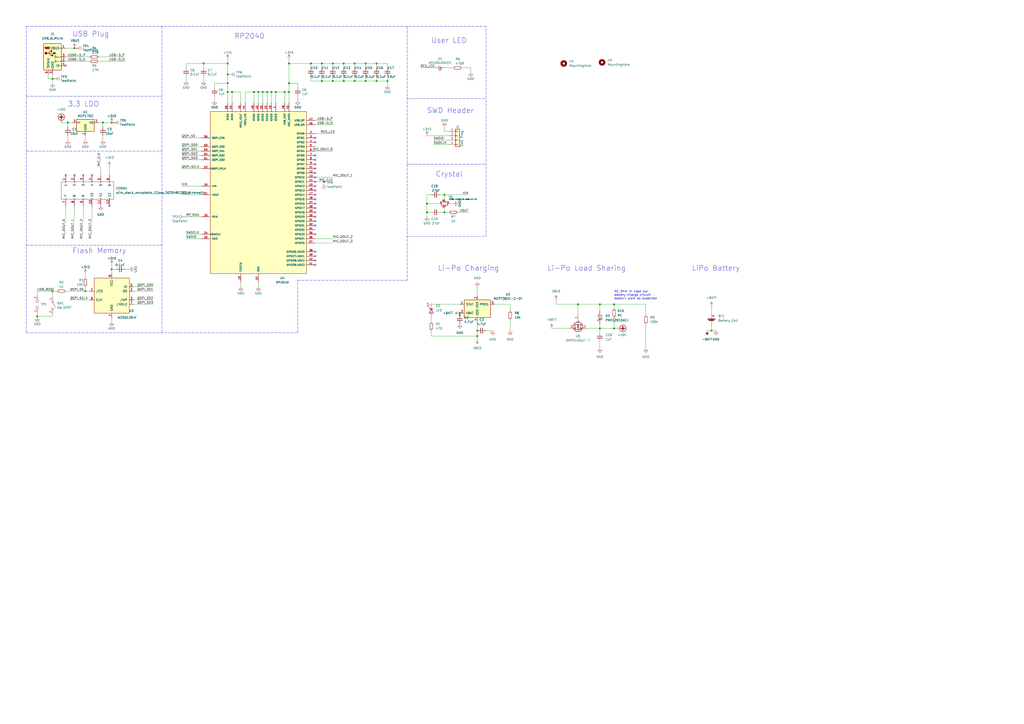
<source format=kicad_sch>
(kicad_sch (version 20211123) (generator eeschema)
  (paper "A2")
  (title_block (title "Multi Speaker Wearable Array") (date "2021-11-20") (rev "V 0.1") (comment 3 "Fork of: Mico, Electronuts Labs") (comment 4 "Design: Cayden Pierce"))
  (junction (at 147.32 53.34))
  (junction (at 212.09 36.83))
  (junction (at 30.48 168.91))
  (junction (at 347.98 190.5))
  (junction (at 266.7 181.61))
  (junction (at 157.48 53.34))
  (junction (at 347.98 176.53))
  (junction (at 247.65 118.11))
  (junction (at 132.08 36.83))
  (junction (at 167.64 48.26))
  (junction (at 59.69 71.12))
  (junction (at 186.69 36.83))
  (junction (at 167.64 53.34))
  (junction (at 412.75 191.77))
  (junction (at 193.04 36.83))
  (junction (at 212.09 46.99))
  (junction (at 64.77 71.12))
  (junction (at 160.02 53.34))
  (junction (at 118.11 36.83))
  (junction (at 49.53 168.91))
  (junction (at 247.65 123.19))
  (junction (at 205.74 46.99))
  (junction (at 180.34 36.83))
  (junction (at 257.81 123.19))
  (junction (at 218.44 36.83))
  (junction (at 199.39 46.99))
  (junction (at 132.08 53.34))
  (junction (at 335.28 176.53))
  (junction (at 186.69 46.99))
  (junction (at 43.18 27.94))
  (junction (at 224.79 46.99))
  (junction (at 39.37 71.12))
  (junction (at 193.04 46.99))
  (junction (at 149.86 53.34))
  (junction (at 154.94 53.34))
  (junction (at 257.81 113.03))
  (junction (at 218.44 46.99))
  (junction (at 205.74 36.83))
  (junction (at 64.77 156.21))
  (junction (at 30.48 45.72))
  (junction (at 167.64 36.83))
  (junction (at 276.86 194.945))
  (junction (at 356.235 190.5))
  (junction (at 356.235 176.53))
  (junction (at 165.1 53.34))
  (junction (at 199.39 36.83))
  (junction (at 134.62 53.34))
  (junction (at 187.96 105.41))
  (junction (at 152.4 53.34))
  (junction (at 132.08 48.26))
  (junction (at 21.59 183.515))
  (junction (at 266.7 182.88))
  (junction (at 132.08 43.18))
  (junction (at 276.86 191.77))
  (no_connect (at 182.88 118.11))
  (no_connect (at 182.88 151.13))
  (no_connect (at 182.88 97.79))
  (no_connect (at 182.88 90.17))
  (no_connect (at 38.1 101.6))
  (no_connect (at 38.1 38.1))
  (no_connect (at 182.88 148.59))
  (no_connect (at 182.88 115.57))
  (no_connect (at 182.88 123.19))
  (no_connect (at 182.88 92.71))
  (no_connect (at 182.88 100.33))
  (no_connect (at 182.88 105.41))
  (no_connect (at 182.88 130.81))
  (no_connect (at 63.5 119.38))
  (no_connect (at 182.88 120.65))
  (no_connect (at 182.88 135.89))
  (no_connect (at 182.88 110.49))
  (no_connect (at 48.26 101.6))
  (no_connect (at 43.18 101.6))
  (no_connect (at 53.34 101.6))
  (no_connect (at 182.88 153.67))
  (no_connect (at 182.88 113.03))
  (no_connect (at 182.88 128.27))
  (no_connect (at 182.88 82.55))
  (no_connect (at 182.88 95.25))
  (no_connect (at 182.88 102.87))
  (no_connect (at 182.88 146.05))
  (no_connect (at 182.88 107.95))
  (no_connect (at 182.88 125.73))
  (no_connect (at 182.88 80.01))
  (polyline (pts (xy 172.72 193.04) (xy 172.72 162.56)))
  (wire (pts (xy 38.1 119.38) (xy 38.1 127)))
  (wire (pts (xy 356.235 176.53) (xy 356.235 179.07)))
  (polyline (pts (xy 172.72 162.56) (xy 236.22 162.56)))
  (wire (pts (xy 154.94 53.34) (xy 157.48 53.34)))
  (wire (pts (xy 356.235 190.5) (xy 358.14 190.5)))
  (wire (pts (xy 212.09 44.45) (xy 212.09 46.99)))
  (wire (pts (xy 116.84 92.71) (xy 105.41 92.71)))
  (wire (pts (xy 118.11 39.37) (xy 118.11 36.83)))
  (wire (pts (xy 88.9 173.99) (xy 77.47 173.99)))
  (wire (pts (xy 165.1 59.69) (xy 165.1 53.34)))
  (wire (pts (xy 157.48 53.34) (xy 160.02 53.34)))
  (wire (pts (xy 165.1 53.34) (xy 167.64 53.34)))
  (wire (pts (xy 67.31 156.21) (xy 64.77 156.21)))
  (wire (pts (xy 152.4 59.69) (xy 152.4 53.34)))
  (wire (pts (xy 52.07 35.56) (xy 38.1 35.56)))
  (polyline (pts (xy 15.24 55.88) (xy 93.98 55.88)))
  (wire (pts (xy 205.74 44.45) (xy 205.74 46.99)))
  (wire (pts (xy 257.81 76.2) (xy 257.81 73.66)))
  (wire (pts (xy 247.65 123.19) (xy 247.65 125.73)))
  (wire (pts (xy 205.74 36.83) (xy 212.09 36.83)))
  (wire (pts (xy 118.11 36.83) (xy 132.08 36.83)))
  (wire (pts (xy 218.44 46.99) (xy 224.79 46.99)))
  (wire (pts (xy 182.88 105.41) (xy 187.96 105.41)))
  (wire (pts (xy 266.7 182.88) (xy 266.7 184.15)))
  (wire (pts (xy 21.59 168.91) (xy 21.59 171.45)))
  (wire (pts (xy 21.59 183.515) (xy 30.48 183.515)))
  (wire (pts (xy 57.15 71.12) (xy 59.69 71.12)))
  (wire (pts (xy 186.69 39.37) (xy 186.69 36.83)))
  (polyline (pts (xy 236.22 57.15) (xy 281.94 57.15)))
  (wire (pts (xy 57.15 35.56) (xy 72.39 35.56)))
  (wire (pts (xy 247.65 118.11) (xy 247.65 123.19)))
  (wire (pts (xy 59.69 73.66) (xy 59.69 71.12)))
  (wire (pts (xy 335.28 176.53) (xy 335.28 182.88)))
  (wire (pts (xy 38.1 168.91) (xy 49.53 168.91)))
  (wire (pts (xy 118.11 46.99) (xy 118.11 44.45)))
  (wire (pts (xy 224.79 46.99) (xy 224.79 49.53)))
  (wire (pts (xy 186.69 36.83) (xy 193.04 36.83)))
  (wire (pts (xy 30.48 182.245) (xy 30.48 183.515)))
  (wire (pts (xy 193.04 44.45) (xy 193.04 46.99)))
  (wire (pts (xy 347.98 190.5) (xy 347.98 193.04)))
  (wire (pts (xy 180.34 44.45) (xy 180.34 46.99)))
  (wire (pts (xy 160.02 59.69) (xy 160.02 53.34)))
  (wire (pts (xy 374.65 182.88) (xy 374.65 176.53)))
  (wire (pts (xy 160.02 53.34) (xy 165.1 53.34)))
  (wire (pts (xy 134.62 53.34) (xy 132.08 53.34)))
  (wire (pts (xy 199.39 46.99) (xy 205.74 46.99)))
  (wire (pts (xy 116.84 97.79) (xy 105.41 97.79)))
  (wire (pts (xy 105.41 87.63) (xy 116.84 87.63)))
  (wire (pts (xy 105.41 80.01) (xy 116.84 80.01)))
  (wire (pts (xy 250.19 176.53) (xy 250.19 175.895)))
  (wire (pts (xy 39.37 71.12) (xy 35.56 71.12)))
  (wire (pts (xy 218.44 39.37) (xy 218.44 36.83)))
  (wire (pts (xy 132.08 36.83) (xy 132.08 34.29)))
  (wire (pts (xy 257.81 113.03) (xy 271.78 113.03)))
  (wire (pts (xy 218.44 36.83) (xy 224.79 36.83)))
  (wire (pts (xy 149.86 53.34) (xy 152.4 53.34)))
  (wire (pts (xy 347.98 190.5) (xy 356.235 190.5)))
  (wire (pts (xy 243.84 39.37) (xy 252.73 39.37)))
  (wire (pts (xy 273.05 39.37) (xy 273.05 41.91)))
  (wire (pts (xy 347.98 187.96) (xy 347.98 190.5)))
  (wire (pts (xy 41.91 71.12) (xy 39.37 71.12)))
  (wire (pts (xy 64.77 184.15) (xy 64.77 186.69)))
  (wire (pts (xy 48.26 119.38) (xy 48.26 127)))
  (wire (pts (xy 59.69 71.12) (xy 64.77 71.12)))
  (wire (pts (xy 167.64 53.34) (xy 167.64 48.26)))
  (wire (pts (xy 134.62 53.34) (xy 139.7 53.34)))
  (wire (pts (xy 39.37 78.74) (xy 39.37 81.28)))
  (wire (pts (xy 167.64 53.34) (xy 167.64 59.69)))
  (wire (pts (xy 139.7 53.34) (xy 139.7 59.69)))
  (wire (pts (xy 33.02 168.91) (xy 30.48 168.91)))
  (wire (pts (xy 152.4 53.34) (xy 154.94 53.34)))
  (wire (pts (xy 39.37 73.66) (xy 39.37 71.12)))
  (wire (pts (xy 107.95 44.45) (xy 107.95 46.99)))
  (wire (pts (xy 218.44 44.45) (xy 218.44 46.99)))
  (wire (pts (xy 186.69 44.45) (xy 186.69 46.99)))
  (wire (pts (xy 27.94 43.18) (xy 27.94 45.72)))
  (wire (pts (xy 260.35 76.2) (xy 257.81 76.2)))
  (wire (pts (xy 347.98 176.53) (xy 356.235 176.53)))
  (wire (pts (xy 276.86 194.945) (xy 276.86 196.85)))
  (wire (pts (xy 260.35 123.19) (xy 257.81 123.19)))
  (wire (pts (xy 295.91 180.34) (xy 295.91 176.53)))
  (wire (pts (xy 199.39 36.83) (xy 205.74 36.83)))
  (wire (pts (xy 105.41 113.03) (xy 116.84 113.03)))
  (wire (pts (xy 412.75 189.23) (xy 412.75 191.77)))
  (wire (pts (xy 149.86 59.69) (xy 149.86 53.34)))
  (wire (pts (xy 59.69 78.74) (xy 59.69 81.28)))
  (wire (pts (xy 132.08 36.83) (xy 132.08 43.18)))
  (wire (pts (xy 193.04 72.39) (xy 182.88 72.39)))
  (wire (pts (xy 224.79 39.37) (xy 224.79 36.83)))
  (wire (pts (xy 63.5 96.52) (xy 63.5 101.6)))
  (wire (pts (xy 257.81 120.65) (xy 257.81 123.19)))
  (wire (pts (xy 262.89 39.37) (xy 257.81 39.37)))
  (wire (pts (xy 132.08 59.69) (xy 132.08 53.34)))
  (wire (pts (xy 356.235 176.53) (xy 374.65 176.53)))
  (wire (pts (xy 193.04 46.99) (xy 199.39 46.99)))
  (wire (pts (xy 172.72 58.42) (xy 172.72 55.88)))
  (wire (pts (xy 374.65 187.96) (xy 374.65 201.93)))
  (wire (pts (xy 187.96 105.41) (xy 193.04 105.41)))
  (wire (pts (xy 142.24 59.69) (xy 142.24 53.34)))
  (wire (pts (xy 250.19 191.77) (xy 250.19 194.945)))
  (polyline (pts (xy 15.24 142.24) (xy 93.98 142.24)))
  (wire (pts (xy 212.09 39.37) (xy 212.09 36.83)))
  (wire (pts (xy 118.11 36.83) (xy 107.95 36.83)))
  (wire (pts (xy 180.34 36.83) (xy 186.69 36.83)))
  (wire (pts (xy 147.32 59.69) (xy 147.32 53.34)))
  (polyline (pts (xy 236.22 15.24) (xy 236.22 162.56)))
  (wire (pts (xy 257.81 115.57) (xy 257.81 113.03)))
  (wire (pts (xy 281.94 191.77) (xy 285.75 191.77)))
  (wire (pts (xy 276.86 166.37) (xy 276.86 171.45)))
  (polyline (pts (xy 15.24 193.04) (xy 172.72 193.04)))
  (wire (pts (xy 116.84 107.95) (xy 105.41 107.95)))
  (wire (pts (xy 49.53 161.29) (xy 49.53 158.75)))
  (wire (pts (xy 77.47 166.37) (xy 88.9 166.37)))
  (wire (pts (xy 347.98 176.53) (xy 347.98 180.34)))
  (wire (pts (xy 257.81 113.03) (xy 255.27 113.03)))
  (wire (pts (xy 250.19 113.03) (xy 247.65 113.03)))
  (wire (pts (xy 64.77 156.21) (xy 64.77 153.67)))
  (wire (pts (xy 347.98 198.12) (xy 347.98 201.93)))
  (wire (pts (xy 199.39 44.45) (xy 199.39 46.99)))
  (wire (pts (xy 224.79 44.45) (xy 224.79 46.99)))
  (wire (pts (xy 21.59 183.515) (xy 21.59 184.15)))
  (wire (pts (xy 267.97 39.37) (xy 273.05 39.37)))
  (wire (pts (xy 52.07 173.99) (xy 40.64 173.99)))
  (polyline (pts (xy 236.22 95.25) (xy 281.94 95.25)))
  (wire (pts (xy 199.39 39.37) (xy 199.39 36.83)))
  (polyline (pts (xy 15.24 15.24) (xy 15.24 193.04)))
  (wire (pts (xy 322.58 176.53) (xy 335.28 176.53)))
  (wire (pts (xy 247.65 123.19) (xy 250.19 123.19)))
  (wire (pts (xy 412.75 191.77) (xy 415.29 191.77)))
  (wire (pts (xy 180.34 36.83) (xy 167.64 36.83)))
  (wire (pts (xy 257.81 123.19) (xy 255.27 123.19)))
  (wire (pts (xy 410.21 191.77) (xy 412.75 191.77)))
  (wire (pts (xy 58.42 96.52) (xy 58.42 101.6)))
  (wire (pts (xy 182.88 69.85) (xy 193.04 69.85)))
  (wire (pts (xy 116.84 85.09) (xy 105.41 85.09)))
  (wire (pts (xy 250.19 184.15) (xy 250.19 186.69)))
  (wire (pts (xy 116.84 125.73) (xy 107.95 125.73)))
  (wire (pts (xy 193.04 36.83) (xy 199.39 36.83)))
  (wire (pts (xy 147.32 53.34) (xy 149.86 53.34)))
  (wire (pts (xy 212.09 36.83) (xy 218.44 36.83)))
  (wire (pts (xy 49.53 78.74) (xy 49.53 81.28)))
  (wire (pts (xy 330.2 190.5) (xy 320.04 190.5)))
  (wire (pts (xy 260.35 78.74) (xy 247.65 78.74)))
  (wire (pts (xy 57.15 33.02) (xy 72.39 33.02)))
  (wire (pts (xy 124.46 58.42) (xy 124.46 55.88)))
  (wire (pts (xy 271.78 123.19) (xy 265.43 123.19)))
  (wire (pts (xy 30.48 45.72) (xy 30.48 43.18)))
  (wire (pts (xy 132.08 53.34) (xy 132.08 48.26)))
  (wire (pts (xy 53.34 119.38) (xy 53.34 127)))
  (wire (pts (xy 116.84 135.89) (xy 107.95 135.89)))
  (wire (pts (xy 132.08 48.26) (xy 124.46 48.26)))
  (wire (pts (xy 142.24 53.34) (xy 147.32 53.34)))
  (wire (pts (xy 295.91 176.53) (xy 287.02 176.53)))
  (wire (pts (xy 182.88 102.87) (xy 193.04 102.87)))
  (wire (pts (xy 88.9 168.91) (xy 77.47 168.91)))
  (wire (pts (xy 347.98 190.5) (xy 340.36 190.5)))
  (wire (pts (xy 172.72 48.26) (xy 172.72 50.8)))
  (wire (pts (xy 356.235 184.15) (xy 356.235 190.5)))
  (polyline (pts (xy 15.24 15.24) (xy 281.94 15.24)))
  (wire (pts (xy 30.48 168.91) (xy 21.59 168.91)))
  (wire (pts (xy 182.88 138.43) (xy 193.04 138.43)))
  (wire (pts (xy 43.18 119.38) (xy 43.18 127)))
  (wire (pts (xy 247.65 113.03) (xy 247.65 118.11)))
  (wire (pts (xy 266.7 176.53) (xy 250.19 176.53)))
  (wire (pts (xy 205.74 46.99) (xy 212.09 46.99)))
  (wire (pts (xy 167.64 36.83) (xy 167.64 48.26)))
  (wire (pts (xy 182.88 140.97) (xy 193.04 140.97)))
  (wire (pts (xy 182.88 87.63) (xy 193.04 87.63)))
  (wire (pts (xy 72.39 156.21) (xy 74.93 156.21)))
  (wire (pts (xy 77.47 176.53) (xy 88.9 176.53)))
  (wire (pts (xy 276.86 191.77) (xy 276.86 194.945)))
  (wire (pts (xy 260.35 83.82) (xy 251.46 83.82)))
  (wire (pts (xy 64.77 158.75) (xy 64.77 156.21)))
  (wire (pts (xy 167.64 48.26) (xy 172.72 48.26)))
  (wire (pts (xy 212.09 46.99) (xy 218.44 46.99)))
  (wire (pts (xy 260.35 118.11) (xy 262.89 118.11)))
  (wire (pts (xy 154.94 59.69) (xy 154.94 53.34)))
  (wire (pts (xy 107.95 39.37) (xy 107.95 36.83)))
  (wire (pts (xy 134.62 59.69) (xy 134.62 53.34)))
  (wire (pts (xy 205.74 39.37) (xy 205.74 36.83)))
  (wire (pts (xy 132.08 43.18) (xy 132.08 48.26)))
  (wire (pts (xy 149.86 163.83) (xy 149.86 166.37)))
  (wire (pts (xy 21.59 181.61) (xy 21.59 183.515)))
  (polyline (pts (xy 236.22 137.16) (xy 281.94 137.16)))
  (wire (pts (xy 255.27 118.11) (xy 247.65 118.11)))
  (wire (pts (xy 194.31 77.47) (xy 182.88 77.47)))
  (wire (pts (xy 276.86 186.69) (xy 276.86 191.77)))
  (wire (pts (xy 38.1 27.94) (xy 43.18 27.94)))
  (wire (pts (xy 412.75 177.8) (xy 412.75 181.61)))
  (wire (pts (xy 49.53 168.91) (xy 52.07 168.91)))
  (wire (pts (xy 260.35 81.28) (xy 251.46 81.28)))
  (wire (pts (xy 49.53 168.91) (xy 49.53 166.37)))
  (wire (pts (xy 105.41 90.17) (xy 116.84 90.17)))
  (wire (pts (xy 335.28 176.53) (xy 347.98 176.53)))
  (wire (pts (xy 116.84 138.43) (xy 107.95 138.43)))
  (wire (pts (xy 167.64 34.29) (xy 167.64 36.83)))
  (wire (pts (xy 180.34 39.37) (xy 180.34 36.83)))
  (wire (pts (xy 266.7 181.61) (xy 266.7 182.88)))
  (polyline (pts (xy 281.94 137.16) (xy 281.94 15.24)))
  (wire (pts (xy 157.48 59.69) (xy 157.48 53.34)))
  (wire (pts (xy 193.04 39.37) (xy 193.04 36.83)))
  (wire (pts (xy 27.94 45.72) (xy 30.48 45.72)))
  (wire (pts (xy 30.48 168.91) (xy 30.48 172.085)))
  (wire (pts (xy 139.7 163.83) (xy 139.7 166.37)))
  (wire (pts (xy 38.1 33.02) (xy 52.07 33.02)))
  (wire (pts (xy 186.69 46.99) (xy 193.04 46.99)))
  (wire (pts (xy 322.58 173.99) (xy 322.58 176.53)))
  (wire (pts (xy 180.34 46.99) (xy 186.69 46.99)))
  (wire (pts (xy 30.48 48.26) (xy 30.48 45.72)))
  (polyline (pts (xy 15.24 87.63) (xy 93.98 87.63)))
  (wire (pts (xy 295.91 185.42) (xy 295.91 191.77)))
  (polyline (pts (xy 93.98 15.24) (xy 93.98 193.04)))
  (wire (pts (xy 124.46 48.26) (xy 124.46 50.8)))
  (wire (pts (xy 250.19 194.945) (xy 276.86 194.945)))
  (text "NC 0hm in case our \nbattery charge circuit \ndoesn't work as expected\n" (at 356.235 173.99 0) (effects (font (size 1.27 1.27)) (justify left bottom)))
  (text "USB Plug" (at 41.91 21.59 0) (effects (font (size 2.9972 2.9972)) (justify left bottom)))
  (text "Li-Po Charging" (at 254 157.48 0) (effects (font (size 2.9972 2.9972)) (justify left bottom)))
  (text "Li-Po Load Sharing" (at 317.5 157.48 0) (effects (font (size 2.9972 2.9972)) (justify left bottom)))
  (text "Crystal" (at 252.73 102.87 0) (effects (font (size 2.9972 2.9972)) (justify left bottom)))
  (text "Flash Memory" (at 41.91 147.32 0) (effects (font (size 2.9972 2.9972)) (justify left bottom)))
  (text "SWD Header" (at 247.65 66.04 0) (effects (font (size 2.9972 2.9972)) (justify left bottom)))
  (text "User LED" (at 250.19 25.4 0) (effects (font (size 2.9972 2.9972)) (justify left bottom)))
  (text "3.3 LDO" (at 39.37 62.23 0) (effects (font (size 2.9972 2.9972)) (justify left bottom)))
  (text "RP2040" (at 135.89 22.86 0) (effects (font (size 2.9972 2.9972)) (justify left bottom)))
  (text "LiPo Battery" (at 401.32 157.48 0) (effects (font (size 2.9972 2.9972)) (justify left bottom)))
  (label "QSPI_SD3" (at 88.9 176.53 180))
  (label "XIN" (at 105.41 107.95 0))
  (label "USB-D_P" (at 72.39 33.02 180))
  (label "SWDIO" (at 107.95 138.43 0))
  (label "QSPI_SD1" (at 88.9 168.91 180))
  (label "MIC_DOUT_1" (at 193.04 102.87 0))
  (label "RP_RUN" (at 107.95 125.73 0))
  (label "MIC_CLK" (at 58.42 96.52 90))
  (label "XIN" (at 271.78 113.03 180))
  (label "QSPI_SD0" (at 105.41 85.09 0))
  (label "RED_LED" (at 243.84 39.37 0))
  (label "MIC_DOUT_3" (at 53.34 127 270))
  (label "QSPI_SCLK" (at 105.41 97.79 0))
  (label "MIC_DOUT_2" (at 193.04 138.43 0))
  (label "QSPI_SD2" (at 105.41 90.17 0))
  (label "SWDIO" (at 251.46 81.28 0))
  (label "MIC_DOUT_3" (at 193.04 140.97 0))
  (label "MIC_DOUT_2" (at 48.26 127 270))
  (label "MIC_DOUT_0" (at 193.04 87.63 180))
  (label "MIC_DOUT_1" (at 43.18 127 270))
  (label "MIC_CLK" (at 193.04 105.41 180))
  (label "USB-D_P" (at 193.04 69.85 180))
  (label "QSPI_SS" (at 105.41 80.01 0))
  (label "QSPI_SD3" (at 105.41 92.71 0))
  (label "USB-D_N" (at 72.39 35.56 180))
  (label "QSPI_SS" (at 40.64 168.91 0))
  (label "XOUT" (at 271.78 123.19 180))
  (label "USB_BOOT" (at 21.59 168.91 0))
  (label "USB-D_N" (at 193.04 72.39 180))
  (label "USB0-D_P" (at 49.53 33.02 180))
  (label "USB0-D_N" (at 49.53 35.56 180))
  (label "QSPI_SD1" (at 105.41 87.63 0))
  (label "QSPI_SD2" (at 88.9 173.99 180))
  (label "SWDCLK" (at 107.95 135.89 0))
  (label "QSPI_SCLK" (at 40.64 173.99 0))
  (label "XOUT" (at 105.41 113.03 0))
  (label "RED_LED" (at 194.31 77.47 180))
  (label "SWDCLK" (at 251.46 83.82 0))
  (label "MIC_DOUT_0" (at 38.1 127 270))
  (label "QSPI_SD0" (at 88.9 166.37 180))
  (symbol (lib_id "power:GND") (at 30.48 48.26 0) (unit 1)
    (property "Reference" "#PWR011" (effects hide))
    (property "Value" "GND" (at 30.48 52.07 0))
  )
  (symbol (lib_id "power:+3V3") (at 167.64 34.29 0) (unit 1)
    (property "Reference" "#PWR023" (effects hide))
    (property "Value" "+3V3" (at 167.64 30.48 0))
  )
  (symbol (lib_id "Device:C_Small") (at 180.34 41.91 0) (unit 1)
    (property "Reference" "C10" (at 180.34 39.37 0) (effects (justify left)))
    (property "Value" "0.1uF" (at 180.34 44.45 0) (effects (justify left)))
    (property "Footprint" "Capacitor_SMD:C_0402_1005Metric" (effects hide))
  )
  (symbol (lib_id "Device:R_Small") (at 54.61 33.02 270) (unit 1)
    (property "Reference" "R4" (at 53.34 27.94 90) (effects (justify left)))
    (property "Value" "27R" (at 53.34 30.48 90) (effects (justify left)))
    (property "Footprint" "Resistor_SMD:R_0402_1005Metric" (effects hide))
  )
  (symbol (lib_id "mico:RP2040") (at 149.86 113.03 0) (unit 1)
    (property "Reference" "U4" (at 163.83 161.29 0))
    (property "Value" "RP2040" (at 163.83 163.83 0))
    (property "Footprint" "mico:QFN40P700X700X90-57N" (effects hide))
    (property "MAXIMUM_PACKAGE_HEIGHT" "0.9 mm" (effects hide))
    (property "MANUFACTURER" "Raspberry Pi" (effects hide))
    (property "PARTREV" "1.6.1" (effects hide))
    (property "STANDARD" "IPC 7351B" (effects hide))
  )
  (symbol (lib_id "mico:W25Q128JV") (at 64.77 171.45 0) (unit 1)
    (property "Reference" "U3" (at 76.2 180.34 0))
    (property "Value" "W25Q128JV" (at 73.66 184.15 0))
    (property "Footprint" "mico:PSON50P300X200X60-9N" (effects hide))
  )
  (symbol (lib_id "power:GND") (at 118.11 46.99 0) (unit 1)
    (property "Reference" "#PWR018" (effects hide))
    (property "Value" "GND" (at 118.11 50.8 0))
  )
  (symbol (lib_id "Device:C_Small") (at 124.46 53.34 0) (unit 1)
    (property "Reference" "C8" (at 126.7968 52.1716 0) (effects (justify left)))
    (property "Value" "1uF" (at 126.7968 54.483 0) (effects (justify left)))
    (property "Footprint" "Capacitor_SMD:C_0402_1005Metric" (effects hide))
  )
  (symbol (lib_id "Device:C_Small") (at 118.11 41.91 0) (unit 1)
    (property "Reference" "C7" (at 120.4468 40.7416 0) (effects (justify left)))
    (property "Value" "0.1uF" (at 120.4468 43.053 0) (effects (justify left)))
    (property "Footprint" "Capacitor_SMD:C_0402_1005Metric" (effects hide))
  )
  (symbol (lib_id "power:GND") (at 139.7 166.37 0) (unit 1)
    (property "Reference" "#PWR021" (effects hide))
    (property "Value" "GND" (at 139.7 170.18 0))
  )
  (symbol (lib_id "power:GND") (at 149.86 166.37 0) (unit 1)
    (property "Reference" "#PWR022" (effects hide))
    (property "Value" "GND" (at 149.86 170.18 0))
  )
  (symbol (lib_id "power:GND") (at 124.46 58.42 0) (unit 1)
    (property "Reference" "#PWR019" (effects hide))
    (property "Value" "GND" (at 124.46 62.23 0))
  )
  (symbol (lib_id "Device:C_Small") (at 107.95 41.91 0) (unit 1)
    (property "Reference" "C6" (at 110.2868 40.7416 0) (effects (justify left)))
    (property "Value" "0.1uF" (at 110.2868 43.053 0) (effects (justify left)))
    (property "Footprint" "Capacitor_SMD:C_0402_1005Metric" (effects hide))
  )
  (symbol (lib_id "power:+1V1") (at 132.08 34.29 0) (unit 1)
    (property "Reference" "#PWR020" (effects hide))
    (property "Value" "+1V1" (at 132.08 30.48 0))
  )
  (symbol (lib_id "Device:C_Small") (at 172.72 53.34 0) (unit 1)
    (property "Reference" "C9" (at 175.0568 52.1716 0) (effects (justify left)))
    (property "Value" "1uF" (at 175.0568 54.483 0) (effects (justify left)))
    (property "Footprint" "Capacitor_SMD:C_0402_1005Metric" (effects hide))
  )
  (symbol (lib_id "power:GND") (at 107.95 46.99 0) (unit 1)
    (property "Reference" "#PWR017" (effects hide))
    (property "Value" "GND" (at 107.95 50.8 0))
  )
  (symbol (lib_id "power:GND") (at 172.72 58.42 0) (unit 1)
    (property "Reference" "#PWR024" (effects hide))
    (property "Value" "GND" (at 172.72 62.23 0))
  )
  (symbol (lib_id "power:GND") (at 224.79 49.53 0) (unit 1)
    (property "Reference" "#PWR025" (effects hide))
    (property "Value" "GND" (at 224.79 53.34 0))
  )
  (symbol (lib_id "Device:R_Small") (at 54.61 35.56 270) (unit 1)
    (property "Reference" "R5" (at 53.34 38.1 90) (effects (justify left)))
    (property "Value" "27R" (at 53.34 40.64 90) (effects (justify left)))
    (property "Footprint" "Resistor_SMD:R_0402_1005Metric" (effects hide))
  )
  (symbol (lib_id "Connector:TestPoint_2Pole") (at 21.59 176.53 90) (unit 1)
    (property "Reference" "TP1" (at 25.4 176.53 90))
    (property "Value" "TestPoint_2Pole" (effects hide))
    (property "Footprint" "mico:SMD_1x02_P1.27mm" (effects hide))
  )
  (symbol (lib_id "power:GND") (at 21.59 184.15 0) (unit 1)
    (property "Reference" "#PWR01" (effects hide))
    (property "Value" "GND" (at 21.59 187.96 0))
  )
  (symbol (lib_id "Device:R_Small") (at 35.56 168.91 270) (unit 1)
    (property "Reference" "R2" (at 34.29 163.83 90) (effects (justify left)))
    (property "Value" "1K" (at 34.29 166.37 90) (effects (justify left)))
    (property "Footprint" "Resistor_SMD:R_0402_1005Metric" (effects hide))
  )
  (symbol (lib_id "power:GND") (at 64.77 186.69 0) (unit 1)
    (property "Reference" "#PWR016" (effects hide))
    (property "Value" "GND" (at 64.77 190.5 0))
  )
  (symbol (lib_id "Device:R_Small") (at 49.53 163.83 0) (unit 1)
    (property "Reference" "R3" (at 45.72 162.56 0) (effects (justify left)))
    (property "Value" "10K" (at 44.45 165.1 0) (effects (justify left)))
    (property "Footprint" "Resistor_SMD:R_0402_1005Metric" (effects hide))
  )
  (symbol (lib_id "Device:C_Small") (at 69.85 156.21 90) (unit 1)
    (property "Reference" "C4" (at 71.12 151.13 90) (effects (justify left)))
    (property "Value" "0.1uF" (at 72.39 153.67 90) (effects (justify left)))
    (property "Footprint" "Capacitor_SMD:C_0402_1005Metric" (effects hide))
  )
  (symbol (lib_id "power:GND") (at 74.93 156.21 90) (unit 1)
    (property "Reference" "#PWR010" (effects hide))
    (property "Value" "GND" (at 78.74 156.21 0))
  )
  (symbol (lib_id "power:+3V3") (at 64.77 153.67 0) (unit 1)
    (property "Reference" "#PWR015" (effects hide))
    (property "Value" "+3V3" (at 64.77 149.86 0))
  )
  (symbol (lib_id "power:+3V3") (at 49.53 158.75 0) (unit 1)
    (property "Reference" "#PWR07" (effects hide))
    (property "Value" "+3V3" (at 49.53 154.94 0))
  )
  (symbol (lib_id "power:VBUS") (at 43.18 27.94 0) (unit 1)
    (property "Reference" "#PWR012" (effects hide))
    (property "Value" "VBUS" (at 43.561 23.5458 0))
  )
  (symbol (lib_id "Device:R_Small") (at 262.89 123.19 270) (unit 1)
    (property "Reference" "R7" (at 261.62 125.73 90) (effects (justify left)))
    (property "Value" "1K" (at 261.62 128.27 90) (effects (justify left)))
    (property "Footprint" "Resistor_SMD:R_0402_1005Metric" (effects hide))
  )
  (symbol (lib_id "Device:C_Small") (at 252.73 113.03 90) (unit 1)
    (property "Reference" "C18" (at 254 107.95 90) (effects (justify left)))
    (property "Value" "27pF" (at 255.27 110.49 90) (effects (justify left)))
    (property "Footprint" "Capacitor_SMD:C_0402_1005Metric" (effects hide))
  )
  (symbol (lib_id "Device:C_Small") (at 252.73 123.19 90) (unit 1)
    (property "Reference" "C19" (at 254 127 90) (effects (justify left)))
    (property "Value" "27pF" (at 255.27 129.54 90) (effects (justify left)))
    (property "Footprint" "Capacitor_SMD:C_0402_1005Metric" (effects hide))
  )
  (symbol (lib_id "power:GND") (at 247.65 125.73 0) (unit 1)
    (property "Reference" "#PWR026" (effects hide))
    (property "Value" "GND" (at 247.65 129.54 0))
  )
  (symbol (lib_id "Device:C_Small") (at 224.79 41.91 0) (unit 1)
    (property "Reference" "C17" (at 224.79 39.37 0) (effects (justify left)))
    (property "Value" "10uF" (at 224.79 44.45 0) (effects (justify left)))
    (property "Footprint" "Capacitor_SMD:C_0402_1005Metric" (effects hide))
  )
  (symbol (lib_id "Device:C_Small") (at 186.69 41.91 0) (unit 1)
    (property "Reference" "C11" (at 186.69 39.37 0) (effects (justify left)))
    (property "Value" "0.1uF" (at 186.69 44.45 0) (effects (justify left)))
    (property "Footprint" "Capacitor_SMD:C_0402_1005Metric" (effects hide))
  )
  (symbol (lib_id "Device:C_Small") (at 193.04 41.91 0) (unit 1)
    (property "Reference" "C12" (at 193.04 39.37 0) (effects (justify left)))
    (property "Value" "0.1uF" (at 193.04 44.45 0) (effects (justify left)))
    (property "Footprint" "Capacitor_SMD:C_0402_1005Metric" (effects hide))
  )
  (symbol (lib_id "Device:C_Small") (at 199.39 41.91 0) (unit 1)
    (property "Reference" "C13" (at 199.39 39.37 0) (effects (justify left)))
    (property "Value" "0.1uF" (at 199.39 44.45 0) (effects (justify left)))
    (property "Footprint" "Capacitor_SMD:C_0402_1005Metric" (effects hide))
  )
  (symbol (lib_id "Device:R_Small") (at 265.43 39.37 270) (unit 1)
    (property "Reference" "R6" (at 264.16 34.29 90) (effects (justify left)))
    (property "Value" "470R" (at 264.16 36.83 90) (effects (justify left)))
    (property "Footprint" "Resistor_SMD:R_0402_1005Metric" (effects hide))
  )
  (symbol (lib_id "Device:LED_Small") (at 255.27 39.37 180) (unit 1)
    (property "Reference" "D1" (at 255.27 34.1122 0))
    (property "Value" "APA3010SECK" (at 255.27 36.4236 0))
    (property "Footprint" "LED_SMD:LED_0402_1005Metric" (effects hide))
  )
  (symbol (lib_id "power:GND") (at 273.05 41.91 0) (unit 1)
    (property "Reference" "#PWR029" (effects hide))
    (property "Value" "GND" (at 273.05 45.72 0))
  )
  (symbol (lib_id "Device:C_Small") (at 205.74 41.91 0) (unit 1)
    (property "Reference" "C14" (at 205.74 39.37 0) (effects (justify left)))
    (property "Value" "0.1uF" (at 205.74 44.45 0) (effects (justify left)))
    (property "Footprint" "Capacitor_SMD:C_0402_1005Metric" (effects hide))
  )
  (symbol (lib_id "Connector_Generic:Conn_01x04") (at 265.43 78.74 0) (unit 1)
    (property "Reference" "J2" (at 264.16 73.66 0) (effects (justify left)))
    (property "Value" "SWD Prog" (at 267.97 85.09 90) (effects (justify left)))
    (property "Footprint" "mico:SMD_1x04_P1.27mm" (effects hide))
  )
  (symbol (lib_id "Device:C_Small") (at 212.09 41.91 0) (unit 1)
    (property "Reference" "C15" (at 212.09 39.37 0) (effects (justify left)))
    (property "Value" "0.1uF" (at 212.09 44.45 0) (effects (justify left)))
    (property "Footprint" "Capacitor_SMD:C_0402_1005Metric" (effects hide))
  )
  (symbol (lib_id "Device:C_Small") (at 218.44 41.91 0) (unit 1)
    (property "Reference" "C16" (at 218.44 39.37 0) (effects (justify left)))
    (property "Value" "0.1uF" (at 218.44 44.45 0) (effects (justify left)))
    (property "Footprint" "Capacitor_SMD:C_0402_1005Metric" (effects hide))
  )
  (symbol (lib_id "power:GND") (at 257.81 73.66 0) (mirror x) (unit 1)
    (property "Reference" "#PWR028" (effects hide))
    (property "Value" "GND" (at 257.81 69.85 0))
  )
  (symbol (lib_id "power:+3V3") (at 247.65 78.74 0) (mirror y) (unit 1)
    (property "Reference" "#PWR027" (effects hide))
    (property "Value" "+3V3" (at 247.65 74.93 0))
  )
  (symbol (lib_id "Connector:TestPoint") (at 107.95 125.73 90) (unit 1)
    (property "Reference" "TP2" (at 101.6 125.73 90))
    (property "Value" "TestPoint" (at 104.14 128.27 90))
    (property "Footprint" "mico:SMD_1x01_P1.27mm" (effects hide))
  )
  (symbol (lib_id "Regulator_Linear:MCP1700-3302E_SOT23") (at 49.53 71.12 0) (unit 1)
    (property "Reference" "U1" (at 49.53 64.9732 0))
    (property "Value" "MCP1702" (at 49.53 67.2846 0))
    (property "Footprint" "Package_TO_SOT_SMD:SOT-23" (effects hide))
    (property "Datasheet" "http://ww1.microchip.com/downloads/en/DeviceDoc/20001826D.pdf" (effects hide))
  )
  (symbol (lib_id "power:GND") (at 49.53 81.28 0) (unit 1)
    (property "Reference" "#PWR06" (effects hide))
    (property "Value" "GND" (at 49.53 85.09 0))
  )
  (symbol (lib_id "Device:C_Small") (at 59.69 76.2 0) (unit 1)
    (property "Reference" "C5" (at 62.23 74.93 0) (effects (justify left)))
    (property "Value" "10uF" (at 60.96 77.47 0) (effects (justify left)))
    (property "Footprint" "Capacitor_SMD:C_0402_1005Metric" (effects hide))
  )
  (symbol (lib_id "Device:C_Small") (at 39.37 76.2 0) (unit 1)
    (property "Reference" "C1" (at 41.91 74.93 0) (effects (justify left)))
    (property "Value" "10uF" (at 40.64 77.47 0) (effects (justify left)))
    (property "Footprint" "Capacitor_SMD:C_0402_1005Metric" (effects hide))
  )
  (symbol (lib_id "power:GND") (at 39.37 81.28 0) (unit 1)
    (property "Reference" "#PWR04" (effects hide))
    (property "Value" "GND" (at 39.37 85.09 0))
  )
  (symbol (lib_id "power:GND") (at 59.69 81.28 0) (unit 1)
    (property "Reference" "#PWR013" (effects hide))
    (property "Value" "GND" (at 59.69 85.09 0))
  )
  (symbol (lib_id "power:+3V3") (at 64.77 71.12 0) (unit 1)
    (property "Reference" "#PWR014" (effects hide))
    (property "Value" "+3V3" (at 64.77 67.31 0))
  )
  (symbol (lib_id "Device:Crystal_GND24_Small") (at 257.81 118.11 90) (unit 1)
    (property "Reference" "Y1" (at 260.35 114.3 90) (effects (justify right)))
    (property "Value" "H130B-12.000-20-3050-EXT-TR" (at 260.35 115.57 90) (effects (font (size 0.6096 0.6096)) (justify right)))
    (property "Footprint" "Crystal:Crystal_SMD_5032-4Pin_5.0x3.2mm" (effects hide))
  )
  (symbol (lib_id "power:GND") (at 262.89 118.11 90) (unit 1)
    (property "Reference" "#PWR031" (effects hide))
    (property "Value" "GND" (at 266.7 118.11 0))
  )
  (symbol (lib_id "Connector:TestPoint") (at 30.48 45.72 270) (unit 1)
    (property "Reference" "TP3" (at 35.2552 44.5516 90) (effects (justify left)))
    (property "Value" "TestPoint" (at 35.2552 46.863 90) (effects (justify left)))
    (property "Footprint" "mico:SMD_1x01_P1.27mm" (effects hide))
  )
  (symbol (lib_id "Connector:TestPoint") (at 43.18 27.94 270) (unit 1)
    (property "Reference" "TP4" (at 47.9552 26.7716 90) (effects (justify left)))
    (property "Value" "TestPoint" (at 47.9552 29.083 90) (effects (justify left)))
    (property "Footprint" "mico:SMD_1x01_P1.27mm" (effects hide))
  )
  (symbol (lib_id "Connector:TestPoint") (at 64.77 71.12 270) (unit 1)
    (property "Reference" "TP5" (at 69.5452 69.9516 90) (effects (justify left)))
    (property "Value" "TestPoint" (at 69.5452 72.263 90) (effects (justify left)))
    (property "Footprint" "mico:SMD_1x01_P1.27mm" (effects hide))
  )
  (symbol (lib_id "Connector:TestPoint") (at 132.08 43.18 270) (unit 1)
    (property "Reference" "TP6" (at 136.8552 42.0116 90) (effects (justify left)))
    (property "Value" "TestPoint" (at 136.8552 44.323 90) (effects (justify left)))
    (property "Footprint" "mico:SMD_1x01_P1.27mm" (effects hide))
  )
  (symbol (lib_id "Connector:TestPoint") (at 187.96 105.41 180) (unit 1)
    (property "Reference" "TP9" (at 189.4332 106.0704 0) (effects (justify right)))
    (property "Value" "TestPoint" (at 189.4332 108.3818 0) (effects (justify right)))
    (property "Footprint" "mico:SMD_1x01_P1.27mm" (effects hide))
  )
  (symbol (lib_name "VBUS_2") (lib_id "power:VBUS") (at 322.58 173.99 0) (unit 1)
    (property "Reference" "#PWR0112" (effects hide))
    (property "Value" "VBUS" (at 322.58 168.91 0))
  )
  (symbol (lib_id "Device:Battery_Cell") (at 412.75 186.69 0) (unit 1)
    (property "Reference" "BT1" (at 416.56 183.3879 0) (effects (justify left)))
    (property "Value" "Battery_Cell" (at 416.56 185.9279 0) (effects (justify left)))
    (property "Footprint" "OpenSourceSmartGlasses:BatterySolderOn" (effects hide))
  )
  (symbol (lib_id "power:+BATT") (at 320.04 190.5 0) (unit 1)
    (property "Reference" "#PWR0107" (effects hide))
    (property "Value" "+BATT" (at 320.04 185.42 0))
  )
  (symbol (lib_id "MSA_lib:‎DMP21D0UT-7‎") (at 335.28 190.5 90) (mirror x) (unit 1)
    (property "Reference" "U5" (at 335.28 194.945 90))
    (property "Value" "‎DMP21D0UT-7‎" (at 335.28 197.485 90))
    (property "Footprint" "Package_TO_SOT_SMD:SOT-523" (effects hide))
  )
  (symbol (lib_name "C_Small_2") (lib_id "Device:C_Small") (at 347.98 195.58 0) (unit 1)
    (property "Reference" "C20" (at 351.282 194.3162 0) (effects (justify left)))
    (property "Value" "1uF" (at 351.282 196.8562 0) (effects (justify left)))
    (property "Footprint" "Capacitor_SMD:C_0402_1005Metric_Pad0.74x0.62mm_HandSolder" (effects hide))
  )
  (symbol (lib_id "Device:LED") (at 250.19 180.34 270) (unit 1)
    (property "Reference" "D2" (at 252.73 177.4824 90) (effects (justify left)))
    (property "Value" "LED" (at 252.73 180.0224 90) (effects (justify left)))
    (property "Footprint" "LED_SMD:LED_0402_1005Metric" (effects hide))
  )
  (symbol (lib_name "GND_1") (lib_id "power:GND") (at 58.42 119.38 0) (unit 1)
    (property "Reference" "#PWR05" (effects hide))
    (property "Value" "GND" (at 58.42 124.46 0))
  )
  (symbol (lib_id "MSA_lib:slim_stack_receptable_12pos_5035481222_schematic") (at 44.45 107.95 0) (unit 1)
    (property "Reference" "CONN1" (at 67.31 109.2199 0) (effects (justify left)))
    (property "Value" "slim_stack_receptable_12pos_5035481222_schematic" (at 67.31 111.7599 0) (effects (justify left)))
    (property "Footprint" "OpenSourceSmartGlasses:slim_stack_molex_RECEPTACLE_5035481222" (effects hide))
  )
  (symbol (lib_id "Mechanical:MountingHole") (at 349.25 36.195 0) (unit 1)
    (property "Reference" "H2" (at 352.425 34.9249 0) (effects (justify left)))
    (property "Value" "MountingHole" (at 352.425 37.4649 0) (effects (justify left)))
    (property "Footprint" "OpenSourceSmartGlasses:Mount_hole_small_0.7mm" (effects hide))
  )
  (symbol (lib_id "power:-BATT") (at 410.21 191.77 180) (unit 1)
    (property "Reference" "#PWR0113" (effects hide))
    (property "Value" "-BATT" (at 410.21 196.85 0))
  )
  (symbol (lib_name "GND_2") (lib_id "power:GND") (at 285.75 191.77 0) (unit 1)
    (property "Reference" "#PWR0106" (effects hide))
    (property "Value" "GND" (at 285.75 196.85 0))
  )
  (symbol (lib_name "R_Small_2") (lib_id "Device:R_Small") (at 250.19 189.23 0) (unit 1)
    (property "Reference" "R1" (at 252.73 187.9599 0) (effects (justify left)))
    (property "Value" "470" (at 252.73 190.4999 0) (effects (justify left)))
    (property "Footprint" "Capacitor_SMD:C_0402_1005Metric_Pad0.74x0.62mm_HandSolder" (effects hide))
  )
  (symbol (lib_name "GND_4") (lib_id "power:GND") (at 276.86 166.37 180) (unit 1)
    (property "Reference" "#PWR0101" (effects hide))
    (property "Value" "GND" (at 276.86 161.29 0))
  )
  (symbol (lib_id "Mechanical:MountingHole") (at 327.025 36.83 0) (unit 1)
    (property "Reference" "H1" (at 330.2 35.5599 0) (effects (justify left)))
    (property "Value" "MountingHole" (at 330.2 38.0999 0) (effects (justify left)))
    (property "Footprint" "OpenSourceSmartGlasses:Mount_hole_small_0.7mm" (effects hide))
  )
  (symbol (lib_id "power:+BATT") (at 266.7 181.61 90) (unit 1)
    (property "Reference" "#PWR0103" (effects hide))
    (property "Value" "+BATT" (at 262.89 181.6099 90) (effects (justify left)))
  )
  (symbol (lib_id "Diode:PMEG2010AEJ") (at 347.98 184.15 90) (unit 1)
    (property "Reference" "D3" (at 351.155 183.1974 90) (effects (justify right)))
    (property "Value" "PMEG2010AEJ" (at 351.155 185.7374 90) (effects (justify right)))
    (property "Footprint" "Diode_SMD:D_SOD-323F" (effects hide))
    (property "Datasheet" "https://assets.nexperia.com/documents/data-sheet/PMEG2010AEJ.pdf" (effects hide))
  )
  (symbol (lib_name "C_Small_1") (lib_id "Device:C_Small") (at 279.4 191.77 90) (unit 1)
    (property "Reference" "C3" (at 279.4063 185.42 90))
    (property "Value" "4.7uF" (at 279.4063 187.96 90))
    (property "Footprint" "Capacitor_SMD:C_0402_1005Metric_Pad0.74x0.62mm_HandSolder" (effects hide))
  )
  (symbol (lib_name "GND_3") (lib_id "power:GND") (at 295.91 191.77 0) (unit 1)
    (property "Reference" "#PWR0105" (effects hide))
    (property "Value" "GND" (at 295.91 196.85 0))
  )
  (symbol (lib_name "R_Small_1") (lib_id "Device:R_Small") (at 295.91 182.88 0) (unit 1)
    (property "Reference" "R8" (at 298.45 181.6099 0) (effects (justify left)))
    (property "Value" "10k" (at 298.45 184.1499 0) (effects (justify left)))
    (property "Footprint" "Capacitor_SMD:C_0402_1005Metric_Pad0.74x0.62mm_HandSolder" (effects hide))
  )
  (symbol (lib_name "GND_6") (lib_id "power:GND") (at 347.98 201.93 0) (unit 1)
    (property "Reference" "#PWR0111" (effects hide))
    (property "Value" "GND" (at 347.98 207.01 0))
  )
  (symbol (lib_name "R_Small_3") (lib_id "Device:R_Small") (at 374.65 185.42 0) (unit 1)
    (property "Reference" "R9" (at 377.063 184.1499 0) (effects (justify left)))
    (property "Value" "100k" (at 377.063 186.6899 0) (effects (justify left)))
    (property "Footprint" "Capacitor_SMD:C_0402_1005Metric_Pad0.74x0.62mm_HandSolder" (effects hide))
  )
  (symbol (lib_id "Switch:SW_SPST") (at 30.48 177.165 270) (unit 1)
    (property "Reference" "SW1" (at 33.02 175.8949 90) (effects (justify left)))
    (property "Value" "SW_SPST" (at 33.02 178.4349 90) (effects (justify left)))
    (property "Footprint" "Button_Switch_SMD:SW_SPST_B3U-3100P-B" (effects hide))
  )
  (symbol (lib_name "+3V3_1") (lib_id "power:+3V3") (at 63.5 96.52 0) (unit 1)
    (property "Reference" "#PWR02" (effects hide))
    (property "Value" "+3V3" (at 63.5 91.44 0))
  )
  (symbol (lib_name "VBUS_1") (lib_id "power:VBUS") (at 276.86 196.85 180) (unit 1)
    (property "Reference" "#PWR0104" (effects hide))
    (property "Value" "VBUS" (at 276.86 201.93 0))
  )
  (symbol (lib_id "power:+BATT") (at 412.75 177.8 0) (unit 1)
    (property "Reference" "#PWR0108" (effects hide))
    (property "Value" "+BATT" (at 412.75 172.72 0))
  )
  (symbol (lib_id "power:+VDC") (at 35.56 71.12 0) (unit 1)
    (property "Reference" "#PWR0115" (effects hide))
    (property "Value" "+VDC" (at 35.56 63.5 0))
  )
  (symbol (lib_name "C_Small_3") (lib_id "Device:C_Small") (at 266.7 185.42 0) (unit 1)
    (property "Reference" "C2" (at 269.24 184.1562 0) (effects (justify left)))
    (property "Value" "4.7uF" (at 269.24 186.6962 0) (effects (justify left)))
    (property "Footprint" "Capacitor_SMD:C_0402_1005Metric_Pad0.74x0.62mm_HandSolder" (effects hide))
  )
  (symbol (lib_id "Battery_Management:MCP73831-2-OT") (at 276.86 179.07 180) (unit 1)
    (property "Reference" "U2" (at 294.64 170.7005 0))
    (property "Value" "MCP73831-2-OT" (at 294.64 173.2405 0))
    (property "Footprint" "Package_TO_SOT_SMD:SOT-23-5" (effects hide))
    (property "Datasheet" "http://ww1.microchip.com/downloads/en/DeviceDoc/20001984g.pdf" (effects hide))
  )
  (symbol (lib_name "GND_5") (lib_id "power:GND") (at 415.29 191.77 0) (mirror y) (unit 1)
    (property "Reference" "#PWR0114" (effects hide))
    (property "Value" "GND" (at 415.29 196.85 0))
  )
  (symbol (lib_id "Connector:USB_B_Micro") (at 30.48 33.02 0) (unit 1)
    (property "Reference" "J1" (at 30.48 19.685 0))
    (property "Value" "USB_B_Micro" (at 30.48 22.225 0))
    (property "Footprint" "OpenSourceSmartGlasses:micro_usb_right_angle_1050170001_molex" (effects hide))
  )
  (symbol (lib_name "GND_7") (lib_id "power:GND") (at 266.7 187.96 0) (unit 1)
    (property "Reference" "#PWR0102" (effects hide))
    (property "Value" "GND" (at 266.7 193.04 0))
  )
  (symbol (lib_id "power:+VDC") (at 358.14 190.5 270) (unit 1)
    (property "Reference" "#PWR0109" (effects hide))
    (property "Value" "+VDC" (at 358.14 194.31 90) (effects (justify left)))
  )
  (symbol (lib_name "GND_8") (lib_id "power:GND") (at 374.65 201.93 0) (unit 1)
    (property "Reference" "#PWR0110" (effects hide))
    (property "Value" "GND" (at 374.65 207.01 0))
  )
  (symbol (lib_name "R_Small_4") (lib_id "Device:R_Small") (at 356.235 181.61 0) (unit 1)
    (property "Reference" "R10" (at 358.14 180.3399 0) (effects (justify left)))
    (property "Value" "NC" (at 358.14 182.8799 0) (effects (justify left)))
    (property "Footprint" "Resistor_SMD:R_0402_1005Metric" (effects hide))
  )
)
</source>
